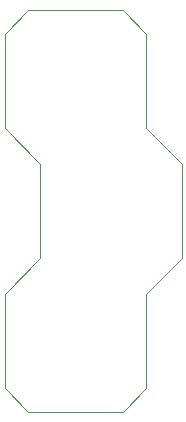
<source format=gbr>
G04 #@! TF.GenerationSoftware,KiCad,Pcbnew,5.1.5-52549c5~84~ubuntu18.04.1*
G04 #@! TF.CreationDate,2020-04-20T00:33:06-07:00*
G04 #@! TF.ProjectId,somos_dielectrode_v2.0,736f6d6f-735f-4646-9965-6c656374726f,rev?*
G04 #@! TF.SameCoordinates,Original*
G04 #@! TF.FileFunction,Profile,NP*
%FSLAX46Y46*%
G04 Gerber Fmt 4.6, Leading zero omitted, Abs format (unit mm)*
G04 Created by KiCad (PCBNEW 5.1.5-52549c5~84~ubuntu18.04.1) date 2020-04-20 00:33:06*
%MOMM*%
%LPD*%
G04 APERTURE LIST*
%ADD10C,0.050000*%
G04 APERTURE END LIST*
D10*
X154000000Y-83000000D02*
X156000000Y-85000000D01*
X146000000Y-83000000D02*
X144000000Y-85000000D01*
X156000000Y-115000000D02*
X154000000Y-117000000D01*
X144000000Y-115000000D02*
X146000000Y-117000000D01*
X144000000Y-93000000D02*
X144000000Y-85000000D01*
X147000000Y-104000000D02*
X144000000Y-107000000D01*
X147000000Y-96000000D02*
X147000000Y-104000000D01*
X144000000Y-93000000D02*
X147000000Y-96000000D01*
X156000000Y-93000000D02*
X156000000Y-85000000D01*
X159000000Y-96000000D02*
X156000000Y-93000000D01*
X159000000Y-104000000D02*
X159000000Y-96000000D01*
X156000000Y-107000000D02*
X159000000Y-104000000D01*
X156000000Y-115000000D02*
X156000000Y-107000000D01*
X144000000Y-115000000D02*
X144000000Y-107000000D01*
X154000000Y-117000000D02*
X146000000Y-117000000D01*
X146000000Y-83000000D02*
X154000000Y-83000000D01*
M02*

</source>
